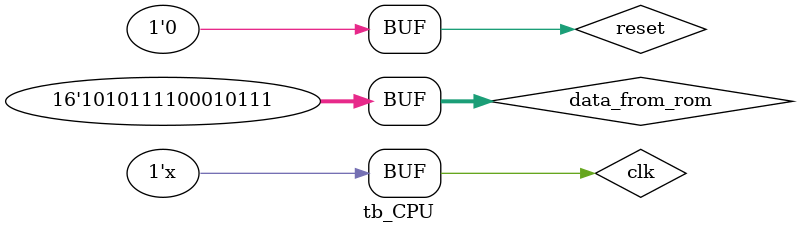
<source format=v>
`timescale 1ns / 1ps


module tb_CPU;
 
	// Inputs
	reg [15:0] data_from_rom;
	reg reset;
	reg clk;

	// Outputs
	wire [5:0] address_to_rom;
	wire enable_to_rom;
	wire write_enable_to_ram;
	wire [5:0] address_to_ram;
	wire read_enable_to_ram;
	wire enable_ram_read;
	// Bidirs
	wire [15:0] data_ram;
	
	assign data_ram = read_enable_to_ram? 69: 16'hZZZZ;

	// Instantiate the Unit Under Test (UUT)
	CPU uut (
		.data_from_rom(data_from_rom), 
		.reset(reset),  
		.clk(clk), 
		.data_ram(data_ram), 
		.address_to_rom(address_to_rom), 
		.enable_to_rom(enable_to_rom),  
		.write_enable_to_ram(write_enable_to_ram), 
		.address_to_ram(address_to_ram), 
		.read_enable_to_ram(read_enable_to_ram), 
		.enable_ram_read(enable_ram_read)
	);

	initial begin
		// Initialize Inputs
		reset = 1;
		clk = 1;
		# 10; // r7 = r15(15) + r5(5)
		data_from_rom = 16'h07F5;
		reset = 0; 
		# 50; // Load Word from address r3[5:0] = 3 into R0
		data_from_rom = 16'h903F;
		# 40 // Save the value of R7(20) to address in r1[5:0] = 1
		data_from_rom = 16'hAF17;
		
		
		/*
		data_from_rom = 16'h0313;
		# 40; // Save current PC to R7 and jump 20
		data_from_rom = 16'hD720;
		# 40; // Jump -2 (-1)
		data_from_rom = 16'hE0FE;
		# 40; // Return to the value stored in R7
		data_from_rom = 16'hF070;
		# 60; // End
		data_from_rom = 16'hFFFF;
		*/
		
		
		/*data_from_rom = 16'h0363;
		# 40; // Load -1 into R8
		data_from_rom = 16'h88FF;
		# 40; // Load 
		// TODO: LW
		//# 40; // Do not jump because R0 has -1
		data_from_rom = 16'hB8F0;
		# 40; // Load 0 into R8
		data_from_rom = 16'h8800;
		# 40; // Jump -16 because R8 has 0
		data_from_rom = 16'hB8F0;*/
        
		// Add stimulus here

	end
	
	always #10 clk = ~clk;
      
endmodule


</source>
